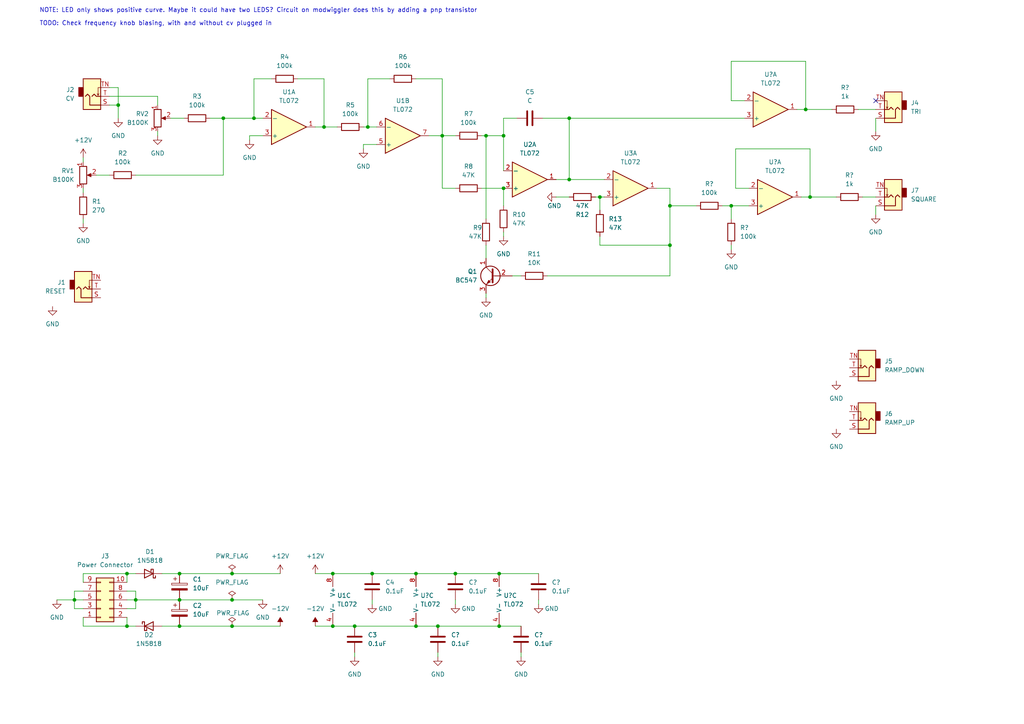
<source format=kicad_sch>
(kicad_sch (version 20211123) (generator eeschema)
  (paper "A4")
  (title_block (title "VC LFO") (rev "1") (company "Northridge Synth") (comment 1 "LFO based on Skull and Circuits LFO-1"))
  (lib_symbols
    (symbol "Amplifier_Operational:TL072" (pin_names (offset 0.127))
      (property "Reference" "U" (at 0 5.08 0))
      (property "Value" "TL072" (at 0 -5.08 0))
      (symbol "TL072_1_1"
        (polyline (pts (xy -5.08 5.08) (xy 5.08 0) (xy -5.08 -5.08) (xy -5.08 5.08)) (stroke (width 0.254)) (fill (type background)))
        (pin output line (at 7.62 0 180) (length 2.54) (name "~") (number "1"))
        (pin input line (at -7.62 -2.54 0) (length 2.54) (name "-") (number "2"))
        (pin input line (at -7.62 2.54 0) (length 2.54) (name "+") (number "3"))
      )
      (symbol "TL072_2_1"
        (polyline (pts (xy -5.08 5.08) (xy 5.08 0) (xy -5.08 -5.08) (xy -5.08 5.08)) (stroke (width 0.254)) (fill (type background)))
        (pin input line (at -7.62 2.54 0) (length 2.54) (name "+") (number "5"))
        (pin input line (at -7.62 -2.54 0) (length 2.54) (name "-") (number "6"))
        (pin output line (at 7.62 0 180) (length 2.54) (name "~") (number "7"))
      )
      (symbol "TL072_3_1"
        (pin power_in line (at -2.54 -7.62 90) (length 3.81) (name "V-") (number "4"))
        (pin power_in line (at -2.54 7.62 270) (length 3.81) (name "V+") (number "8"))
      )
    )
    (symbol "Connector:AudioJack2_SwitchT"
      (property "Reference" "J" (at 0 8.89 0))
      (property "Value" "AudioJack2_SwitchT" (at 0 6.35 0))
      (symbol "AudioJack2_SwitchT_0_1"
        (rectangle (start -2.54 0) (end -3.81 -2.54) (stroke (width 0.254)) (fill (type outline)))
        (polyline (pts (xy 1.778 -0.254) (xy 2.032 -0.762)))
        (polyline (pts (xy 0 0) (xy 0.635 -0.635) (xy 1.27 0) (xy 2.54 0)) (stroke (width 0.254)))
        (polyline (pts (xy 2.54 -2.54) (xy 1.778 -2.54) (xy 1.778 -0.254) (xy 1.524 -0.762)))
        (polyline (pts (xy 2.54 2.54) (xy -0.635 2.54) (xy -0.635 0) (xy -1.27 -0.635) (xy -1.905 0)) (stroke (width 0.254)))
        (rectangle (start 2.54 3.81) (end -2.54 -5.08) (stroke (width 0.254)) (fill (type background)))
      )
      (symbol "AudioJack2_SwitchT_1_1"
        (pin passive line (at 5.08 2.54 180) (length 2.54) (name "~") (number "S"))
        (pin passive line (at 5.08 0 180) (length 2.54) (name "~") (number "T"))
        (pin passive line (at 5.08 -2.54 180) (length 2.54) (name "~") (number "TN"))
      )
    )
    (symbol "Connector_Generic:Conn_02x05_Odd_Even" (pin_names (offset 1.016) hide)
      (property "Reference" "J" (at 1.27 7.62 0))
      (property "Value" "Conn_02x05_Odd_Even" (at 1.27 -7.62 0))
      (symbol "Conn_02x05_Odd_Even_1_1"
        (rectangle (start -1.27 -4.953) (end 0 -5.207) (stroke (width 0.1524)))
        (rectangle (start -1.27 -2.413) (end 0 -2.667) (stroke (width 0.1524)))
        (rectangle (start -1.27 0.127) (end 0 -0.127) (stroke (width 0.1524)))
        (rectangle (start -1.27 2.667) (end 0 2.413) (stroke (width 0.1524)))
        (rectangle (start -1.27 5.207) (end 0 4.953) (stroke (width 0.1524)))
        (rectangle (start -1.27 6.35) (end 3.81 -6.35) (stroke (width 0.254)) (fill (type background)))
        (rectangle (start 3.81 -4.953) (end 2.54 -5.207) (stroke (width 0.1524)))
        (rectangle (start 3.81 -2.413) (end 2.54 -2.667) (stroke (width 0.1524)))
        (rectangle (start 3.81 0.127) (end 2.54 -0.127) (stroke (width 0.1524)))
        (rectangle (start 3.81 2.667) (end 2.54 2.413) (stroke (width 0.1524)))
        (rectangle (start 3.81 5.207) (end 2.54 4.953) (stroke (width 0.1524)))
        (pin passive line (at -5.08 5.08 0) (length 3.81) (name "Pin_1") (number "1"))
        (pin passive line (at 7.62 -5.08 180) (length 3.81) (name "Pin_10") (number "10"))
        (pin passive line (at 7.62 5.08 180) (length 3.81) (name "Pin_2") (number "2"))
        (pin passive line (at -5.08 2.54 0) (length 3.81) (name "Pin_3") (number "3"))
        (pin passive line (at 7.62 2.54 180) (length 3.81) (name "Pin_4") (number "4"))
        (pin passive line (at -5.08 0 0) (length 3.81) (name "Pin_5") (number "5"))
        (pin passive line (at 7.62 0 180) (length 3.81) (name "Pin_6") (number "6"))
        (pin passive line (at -5.08 -2.54 0) (length 3.81) (name "Pin_7") (number "7"))
        (pin passive line (at 7.62 -2.54 180) (length 3.81) (name "Pin_8") (number "8"))
        (pin passive line (at -5.08 -5.08 0) (length 3.81) (name "Pin_9") (number "9"))
      )
    )
    (symbol "Device:C" (pin_numbers hide) (pin_names (offset 0.254))
      (property "Reference" "C" (at 0.635 2.54 0))
      (property "Value" "C" (at 0.635 -2.54 0))
      (symbol "C_0_1"
        (polyline (pts (xy -2.032 -0.762) (xy 2.032 -0.762)) (stroke (width 0.508)))
        (polyline (pts (xy -2.032 0.762) (xy 2.032 0.762)) (stroke (width 0.508)))
      )
      (symbol "C_1_1"
        (pin passive line (at 0 3.81 270) (length 2.794) (name "~") (number "1"))
        (pin passive line (at 0 -3.81 90) (length 2.794) (name "~") (number "2"))
      )
    )
    (symbol "Device:C_Polarized" (pin_numbers hide) (pin_names (offset 0.254))
      (property "Reference" "C" (at 0.635 2.54 0))
      (property "Value" "C_Polarized" (at 0.635 -2.54 0))
      (symbol "C_Polarized_0_1"
        (rectangle (start -2.286 0.508) (end 2.286 1.016))
        (polyline (pts (xy -1.778 2.286) (xy -0.762 2.286)))
        (polyline (pts (xy -1.27 2.794) (xy -1.27 1.778)))
        (rectangle (start 2.286 -0.508) (end -2.286 -1.016) (fill (type outline)))
      )
      (symbol "C_Polarized_1_1"
        (pin passive line (at 0 3.81 270) (length 2.794) (name "~") (number "1"))
        (pin passive line (at 0 -3.81 90) (length 2.794) (name "~") (number "2"))
      )
    )
    (symbol "Device:R" (pin_numbers hide) (pin_names (offset 0))
      (property "Reference" "R" (at 2.032 0 90))
      (property "Value" "R" (at 0 0 90))
      (symbol "R_0_1"
        (rectangle (start -1.016 -2.54) (end 1.016 2.54) (stroke (width 0.254)))
      )
      (symbol "R_1_1"
        (pin passive line (at 0 3.81 270) (length 1.27) (name "~") (number "1"))
        (pin passive line (at 0 -3.81 90) (length 1.27) (name "~") (number "2"))
      )
    )
    (symbol "Device:R_Potentiometer" (pin_names (offset 1.016) hide)
      (property "Reference" "RV" (at -4.445 0 90))
      (property "Value" "R_Potentiometer" (at -2.54 0 90))
      (symbol "R_Potentiometer_0_1"
        (polyline (pts (xy 2.54 0) (xy 1.524 0)))
        (polyline (pts (xy 1.143 0) (xy 2.286 0.508) (xy 2.286 -0.508) (xy 1.143 0)) (fill (type outline)))
        (rectangle (start 1.016 2.54) (end -1.016 -2.54) (stroke (width 0.254)))
      )
      (symbol "R_Potentiometer_1_1"
        (pin passive line (at 0 3.81 270) (length 1.27) (name "1") (number "1"))
        (pin passive line (at 3.81 0 180) (length 1.27) (name "2") (number "2"))
        (pin passive line (at 0 -3.81 90) (length 1.27) (name "3") (number "3"))
      )
    )
    (symbol "Diode:1N5818" (pin_numbers hide) (pin_names (offset 1.016) hide)
      (property "Reference" "D" (at 0 2.54 0))
      (property "Value" "1N5818" (at 0 -2.54 0))
      (symbol "1N5818_0_1"
        (polyline (pts (xy 1.27 0) (xy -1.27 0)))
        (polyline (pts (xy 1.27 1.27) (xy 1.27 -1.27) (xy -1.27 0) (xy 1.27 1.27)) (stroke (width 0.254)))
        (polyline (pts (xy -1.905 0.635) (xy -1.905 1.27) (xy -1.27 1.27) (xy -1.27 -1.27) (xy -0.635 -1.27) (xy -0.635 -0.635)) (stroke (width 0.254)))
      )
      (symbol "1N5818_1_1"
        (pin passive line (at -3.81 0 0) (length 2.54) (name "K") (number "1"))
        (pin passive line (at 3.81 0 180) (length 2.54) (name "A") (number "2"))
      )
    )
    (symbol "Transistor_BJT:BC547" (pin_names (offset 0) hide)
      (property "Reference" "Q" (at 5.08 1.905 0))
      (property "Value" "BC547" (at 5.08 0 0))
      (symbol "BC547_0_1"
        (polyline (pts (xy 0 0) (xy 0.635 0)))
        (polyline (pts (xy 0.635 0.635) (xy 2.54 2.54)))
        (polyline (pts (xy 0.635 -0.635) (xy 2.54 -2.54) (xy 2.54 -2.54)))
        (polyline (pts (xy 0.635 1.905) (xy 0.635 -1.905) (xy 0.635 -1.905)) (stroke (width 0.508)))
        (polyline (pts (xy 1.27 -1.778) (xy 1.778 -1.27) (xy 2.286 -2.286) (xy 1.27 -1.778) (xy 1.27 -1.778)) (fill (type outline)))
        (circle (center 1.27 0) (radius 2.8194) (stroke (width 0.254)))
      )
      (symbol "BC547_1_1"
        (pin passive line (at 2.54 5.08 270) (length 2.54) (name "C") (number "1"))
        (pin input line (at -5.08 0 0) (length 5.08) (name "B") (number "2"))
        (pin passive line (at 2.54 -5.08 90) (length 2.54) (name "E") (number "3"))
      )
    )
    (symbol "power:+12V" (power) (pin_names (offset 0))
      (property "Value" "+12V" (at 0 3.556 0))
      (symbol "+12V_0_1"
        (polyline (pts (xy -0.762 1.27) (xy 0 2.54)))
        (polyline (pts (xy 0 0) (xy 0 2.54)))
        (polyline (pts (xy 0 2.54) (xy 0.762 1.27)))
      )
      (symbol "+12V_1_1"
        (pin power_in line (at 0 0 90) (length 0) hide (name "+12V") (number "1"))
      )
    )
    (symbol "power:-12V" (power) (pin_names (offset 0))
      (property "Value" "-12V" (at 0 3.81 0))
      (symbol "-12V_0_0"
        (pin power_in line (at 0 0 90) (length 0) hide (name "-12V") (number "1"))
      )
      (symbol "-12V_0_1"
        (polyline (pts (xy 0 0) (xy 0 1.27) (xy 0.762 1.27) (xy 0 2.54) (xy -0.762 1.27) (xy 0 1.27)) (fill (type outline)))
      )
    )
    (symbol "power:GND" (power) (pin_names (offset 0))
      (property "Value" "GND" (at 0 -3.81 0))
      (symbol "GND_0_1"
        (polyline (pts (xy 0 0) (xy 0 -1.27) (xy 1.27 -1.27) (xy 0 -2.54) (xy -1.27 -1.27) (xy 0 -1.27)))
      )
      (symbol "GND_1_1"
        (pin power_in line (at 0 0 270) (length 0) hide (name "GND") (number "1"))
      )
    )
    (symbol "power:PWR_FLAG" (power) (pin_numbers hide) (pin_names (offset 0) hide)
      (property "Value" "PWR_FLAG" (at 0 3.81 0))
      (symbol "PWR_FLAG_0_0"
        (pin power_out line (at 0 0 90) (length 0) (name "pwr") (number "1"))
      )
      (symbol "PWR_FLAG_0_1"
        (polyline (pts (xy 0 0) (xy 0 1.27) (xy -1.016 1.905) (xy 0 2.54) (xy 1.016 1.905) (xy 0 1.27)))
      )
    )
  )
  (junction (at 194.31 59.69))
  (junction (at 132.08 166.37))
  (junction (at 67.31 173.99))
  (junction (at 21.59 173.99))
  (junction (at 107.95 166.37))
  (junction (at 144.78 181.61))
  (junction (at 96.52 166.37))
  (junction (at 67.31 181.61))
  (junction (at 165.1 52.07))
  (junction (at 120.65 166.37))
  (junction (at 52.07 166.37))
  (junction (at 39.37 173.99))
  (junction (at 212.09 59.69))
  (junction (at 52.07 173.99))
  (junction (at 140.97 39.37))
  (junction (at 127 181.61))
  (junction (at 36.83 181.61))
  (junction (at 144.78 166.37))
  (junction (at 233.68 31.75))
  (junction (at 173.99 57.15))
  (junction (at 96.52 181.61))
  (junction (at 73.66 34.29))
  (junction (at 64.77 34.29))
  (junction (at 234.95 57.15))
  (junction (at 36.83 166.37))
  (junction (at 93.98 36.83))
  (junction (at 34.29 30.48))
  (junction (at 52.07 181.61))
  (junction (at 146.05 54.61))
  (junction (at 120.65 181.61))
  (junction (at 67.31 166.37))
  (junction (at 165.1 34.29))
  (junction (at 106.68 36.83))
  (junction (at 146.05 39.37))
  (junction (at 194.31 71.12))
  (junction (at 102.87 181.61))
  (junction (at 128.27 39.37))
  (no_connect (at 254 29.21))
  (wire (pts (xy 165.1 52.07) (xy 161.29 52.07)))
  (wire (pts (xy 24.13 168.91) (xy 24.13 166.37)))
  (wire (pts (xy 194.31 59.69) (xy 194.31 71.12)))
  (wire (pts (xy 36.83 166.37) (xy 36.83 168.91)))
  (wire (pts (xy 173.99 57.15) (xy 175.26 57.15)))
  (wire (pts (xy 212.09 59.69) (xy 212.09 63.5)))
  (wire (pts (xy 64.77 50.8) (xy 64.77 34.29)))
  (wire (pts (xy 212.09 71.12) (xy 212.09 72.39)))
  (wire (pts (xy 140.97 39.37) (xy 140.97 63.5)))
  (wire (pts (xy 93.98 36.83) (xy 91.44 36.83)))
  (wire (pts (xy 93.98 22.86) (xy 93.98 36.83)))
  (wire (pts (xy 39.37 173.99) (xy 52.07 173.99)))
  (wire (pts (xy 105.41 36.83) (xy 106.68 36.83)))
  (wire (pts (xy 172.72 57.15) (xy 173.99 57.15)))
  (wire (pts (xy 120.65 166.37) (xy 132.08 166.37)))
  (wire (pts (xy 127 181.61) (xy 144.78 181.61)))
  (wire (pts (xy 24.13 63.5) (xy 24.13 64.77)))
  (wire (pts (xy 39.37 50.8) (xy 64.77 50.8)))
  (wire (pts (xy 165.1 52.07) (xy 175.26 52.07)))
  (wire (pts (xy 212.09 17.78) (xy 233.68 17.78)))
  (wire (pts (xy 96.52 166.37) (xy 107.95 166.37)))
  (wire (pts (xy 190.5 54.61) (xy 194.31 54.61)))
  (wire (pts (xy 39.37 171.45) (xy 36.83 171.45)))
  (wire (pts (xy 120.65 181.61) (xy 127 181.61)))
  (wire (pts (xy 127 190.5) (xy 127 189.23)))
  (wire (pts (xy 234.95 43.18) (xy 234.95 57.15)))
  (wire (pts (xy 36.83 176.53) (xy 39.37 176.53)))
  (wire (pts (xy 146.05 39.37) (xy 146.05 34.29)))
  (wire (pts (xy 194.31 54.61) (xy 194.31 59.69)))
  (wire (pts (xy 148.59 80.01) (xy 151.13 80.01)))
  (wire (pts (xy 144.78 181.61) (xy 151.13 181.61)))
  (wire (pts (xy 46.99 166.37) (xy 52.07 166.37)))
  (wire (pts (xy 67.31 181.61) (xy 81.28 181.61)))
  (wire (pts (xy 140.97 39.37) (xy 146.05 39.37)))
  (wire (pts (xy 233.68 17.78) (xy 233.68 31.75)))
  (wire (pts (xy 105.41 41.91) (xy 105.41 43.18)))
  (wire (pts (xy 102.87 181.61) (xy 120.65 181.61)))
  (wire (pts (xy 139.7 54.61) (xy 146.05 54.61)))
  (wire (pts (xy 215.9 29.21) (xy 212.09 29.21)))
  (wire (pts (xy 212.09 59.69) (xy 217.17 59.69)))
  (wire (pts (xy 165.1 34.29) (xy 165.1 52.07)))
  (wire (pts (xy 31.75 25.4) (xy 34.29 25.4)))
  (wire (pts (xy 73.66 34.29) (xy 76.2 34.29)))
  (wire (pts (xy 21.59 173.99) (xy 21.59 176.53)))
  (wire (pts (xy 52.07 166.37) (xy 67.31 166.37)))
  (wire (pts (xy 157.48 34.29) (xy 165.1 34.29)))
  (wire (pts (xy 27.94 50.8) (xy 31.75 50.8)))
  (wire (pts (xy 194.31 71.12) (xy 173.99 71.12)))
  (wire (pts (xy 36.83 181.61) (xy 39.37 181.61)))
  (wire (pts (xy 21.59 176.53) (xy 24.13 176.53)))
  (wire (pts (xy 36.83 166.37) (xy 39.37 166.37)))
  (wire (pts (xy 248.92 31.75) (xy 254 31.75)))
  (wire (pts (xy 213.36 54.61) (xy 213.36 43.18)))
  (wire (pts (xy 158.75 80.01) (xy 194.31 80.01)))
  (wire (pts (xy 52.07 181.61) (xy 67.31 181.61)))
  (wire (pts (xy 52.07 173.99) (xy 67.31 173.99)))
  (wire (pts (xy 213.36 43.18) (xy 234.95 43.18)))
  (wire (pts (xy 64.77 34.29) (xy 73.66 34.29)))
  (wire (pts (xy 34.29 25.4) (xy 34.29 30.48)))
  (wire (pts (xy 139.7 39.37) (xy 140.97 39.37)))
  (wire (pts (xy 254 34.29) (xy 254 38.1)))
  (wire (pts (xy 24.13 55.88) (xy 24.13 54.61)))
  (wire (pts (xy 106.68 22.86) (xy 113.03 22.86)))
  (wire (pts (xy 21.59 173.99) (xy 24.13 173.99)))
  (wire (pts (xy 24.13 181.61) (xy 36.83 181.61)))
  (wire (pts (xy 45.72 27.94) (xy 45.72 30.48)))
  (wire (pts (xy 31.75 30.48) (xy 34.29 30.48)))
  (wire (pts (xy 39.37 173.99) (xy 36.83 173.99)))
  (wire (pts (xy 232.41 57.15) (xy 234.95 57.15)))
  (wire (pts (xy 106.68 36.83) (xy 109.22 36.83)))
  (wire (pts (xy 209.55 59.69) (xy 212.09 59.69)))
  (wire (pts (xy 146.05 54.61) (xy 146.05 59.69)))
  (wire (pts (xy 102.87 190.5) (xy 102.87 189.23)))
  (wire (pts (xy 73.66 22.86) (xy 78.74 22.86)))
  (wire (pts (xy 49.53 34.29) (xy 53.34 34.29)))
  (wire (pts (xy 34.29 30.48) (xy 34.29 34.29)))
  (wire (pts (xy 234.95 57.15) (xy 242.57 57.15)))
  (wire (pts (xy 173.99 71.12) (xy 173.99 68.58)))
  (wire (pts (xy 36.83 181.61) (xy 36.83 179.07)))
  (wire (pts (xy 67.31 166.37) (xy 81.28 166.37)))
  (wire (pts (xy 140.97 71.12) (xy 140.97 74.93)))
  (wire (pts (xy 24.13 179.07) (xy 24.13 181.61)))
  (wire (pts (xy 96.52 181.61) (xy 102.87 181.61)))
  (wire (pts (xy 91.44 166.37) (xy 96.52 166.37)))
  (wire (pts (xy 106.68 36.83) (xy 106.68 22.86)))
  (wire (pts (xy 146.05 39.37) (xy 146.05 49.53)))
  (wire (pts (xy 46.99 181.61) (xy 52.07 181.61)))
  (wire (pts (xy 105.41 41.91) (xy 109.22 41.91)))
  (wire (pts (xy 128.27 39.37) (xy 132.08 39.37)))
  (wire (pts (xy 72.39 39.37) (xy 76.2 39.37)))
  (wire (pts (xy 120.65 22.86) (xy 128.27 22.86)))
  (wire (pts (xy 107.95 175.26) (xy 107.95 173.99)))
  (wire (pts (xy 16.51 173.99) (xy 21.59 173.99)))
  (wire (pts (xy 73.66 34.29) (xy 73.66 22.86)))
  (wire (pts (xy 146.05 67.31) (xy 146.05 68.58)))
  (wire (pts (xy 132.08 166.37) (xy 144.78 166.37)))
  (wire (pts (xy 24.13 45.72) (xy 24.13 46.99)))
  (wire (pts (xy 24.13 166.37) (xy 36.83 166.37)))
  (wire (pts (xy 173.99 57.15) (xy 173.99 60.96)))
  (wire (pts (xy 67.31 173.99) (xy 76.2 173.99)))
  (wire (pts (xy 151.13 190.5) (xy 151.13 189.23)))
  (wire (pts (xy 212.09 29.21) (xy 212.09 17.78)))
  (wire (pts (xy 91.44 181.61) (xy 96.52 181.61)))
  (wire (pts (xy 86.36 22.86) (xy 93.98 22.86)))
  (wire (pts (xy 156.21 175.26) (xy 156.21 173.99)))
  (wire (pts (xy 146.05 34.29) (xy 149.86 34.29)))
  (wire (pts (xy 140.97 85.09) (xy 140.97 86.36)))
  (wire (pts (xy 21.59 171.45) (xy 21.59 173.99)))
  (wire (pts (xy 128.27 39.37) (xy 128.27 54.61)))
  (wire (pts (xy 165.1 34.29) (xy 215.9 34.29)))
  (wire (pts (xy 217.17 54.61) (xy 213.36 54.61)))
  (wire (pts (xy 132.08 175.26) (xy 132.08 173.99)))
  (wire (pts (xy 128.27 54.61) (xy 132.08 54.61)))
  (wire (pts (xy 194.31 59.69) (xy 201.93 59.69)))
  (wire (pts (xy 45.72 38.1) (xy 45.72 39.37)))
  (wire (pts (xy 144.78 166.37) (xy 156.21 166.37)))
  (wire (pts (xy 250.19 57.15) (xy 254 57.15)))
  (wire (pts (xy 60.96 34.29) (xy 64.77 34.29)))
  (wire (pts (xy 128.27 39.37) (xy 124.46 39.37)))
  (wire (pts (xy 233.68 31.75) (xy 241.3 31.75)))
  (wire (pts (xy 93.98 36.83) (xy 97.79 36.83)))
  (wire (pts (xy 24.13 171.45) (xy 21.59 171.45)))
  (wire (pts (xy 107.95 166.37) (xy 120.65 166.37)))
  (wire (pts (xy 31.75 27.94) (xy 45.72 27.94)))
  (wire (pts (xy 161.29 57.15) (xy 165.1 57.15)))
  (wire (pts (xy 231.14 31.75) (xy 233.68 31.75)))
  (wire (pts (xy 128.27 22.86) (xy 128.27 39.37)))
  (wire (pts (xy 194.31 80.01) (xy 194.31 71.12)))
  (wire (pts (xy 39.37 173.99) (xy 39.37 171.45)))
  (wire (pts (xy 254 59.69) (xy 254 62.23)))
  (wire (pts (xy 72.39 39.37) (xy 72.39 40.64)))
  (wire (pts (xy 39.37 176.53) (xy 39.37 173.99)))
  (text "TODO: Probably want a stability cap on the ramp op amp" (at 11.43 -3.81 0) (effects (font (size 1.27 1.27)) (justify left bottom)))
  (text "NOTE: LED only shows positive curve. Maybe it could have two LEDS? Circuit on modwiggler does this by adding a pnp transistor" (at 11.43 3.81 0) (effects (font (size 1.27 1.27)) (justify left bottom)))
  (text "TODO: Check frequency knob biasing, with and without cv plugged in" (at 11.43 7.62 0) (effects (font (size 1.27 1.27)) (justify left bottom)))
  (symbol (lib_id "power:GND") (at 161.29 57.15 270) (unit 1)
    (property "Reference" "#PWR018" (effects hide))
    (property "Value" "GND" (at 158.75 59.69 90) (effects (justify left)))
  )
  (symbol (lib_id "Device:R") (at 35.56 50.8 90) (unit 1)
    (property "Reference" "R2" (at 35.56 44.45 90))
    (property "Value" "100k" (at 35.56 46.99 90))
    (property "Footprint" "Resistor_THT:R_Axial_DIN0207_L6.3mm_D2.5mm_P10.16mm_Horizontal" (effects hide))
    (property "Manufacturer" "Royal Ohm" (effects hide))
    (property "Manufacturer Part No." "MF0W4FF1003A50" (effects hide))
    (property "Supplier" "Tayda" (effects hide))
    (property "Supplier Part No." "A-2248" (effects hide))
  )
  (symbol (lib_id "Amplifier_Operational:TL072") (at 147.32 173.99 0) (unit 3)
    (property "Reference" "U?" (at 146.05 172.7199 0) (effects (justify left)))
    (property "Value" "TL072" (at 146.05 175.2599 0) (effects (justify left)))
    (property "Footprint" "Package_DIP:DIP-8_W7.62mm_Socket" (effects hide))
    (property "Datasheet" "http://www.ti.com/lit/ds/symlink/tl071.pdf" (effects hide))
    (property "Manufacturer" "VARIOUS" (effects hide))
    (property "Manufacturer Part No." "TL072CP" (effects hide))
    (property "Supplier" "Tayda" (effects hide))
    (property "Supplier Part No." "A-037" (effects hide))
  )
  (symbol (lib_id "Amplifier_Operational:TL072") (at 223.52 31.75 0) (mirror x) (unit 1)
    (property "Reference" "U?" (at 223.52 21.59 0))
    (property "Value" "TL072" (at 223.52 24.13 0))
    (property "Footprint" "Package_DIP:DIP-8_W7.62mm_Socket" (effects hide))
    (property "Datasheet" "http://www.ti.com/lit/ds/symlink/tl071.pdf" (effects hide))
    (property "Manufacturer" "VARIOUS" (effects hide))
    (property "Manufacturer Part No." "TL072CP" (effects hide))
    (property "Supplier" "Tayda" (effects hide))
    (property "Supplier Part No." "A-037" (effects hide))
  )
  (symbol (lib_id "power:-12V") (at 91.44 181.61 0) (unit 1)
    (property "Reference" "#PWR013" (effects hide))
    (property "Value" "-12V" (at 91.44 176.53 0))
  )
  (symbol (lib_id "Amplifier_Operational:TL072") (at 224.79 57.15 0) (mirror x) (unit 1)
    (property "Reference" "U?" (at 224.79 46.99 0))
    (property "Value" "TL072" (at 224.79 49.53 0))
    (property "Footprint" "Package_DIP:DIP-8_W7.62mm_Socket" (effects hide))
    (property "Datasheet" "http://www.ti.com/lit/ds/symlink/tl071.pdf" (effects hide))
    (property "Manufacturer" "VARIOUS" (effects hide))
    (property "Manufacturer Part No." "TL072CP" (effects hide))
    (property "Supplier" "Tayda" (effects hide))
    (property "Supplier Part No." "A-037" (effects hide))
  )
  (symbol (lib_id "power:GND") (at 76.2 173.99 0) (unit 1)
    (property "Reference" "#PWR08" (effects hide))
    (property "Value" "GND" (at 76.2 179.07 0))
  )
  (symbol (lib_id "power:GND") (at 212.09 72.39 0) (unit 1)
    (property "Reference" "#PWR?" (effects hide))
    (property "Value" "GND" (at 212.09 77.47 0))
  )
  (symbol (lib_id "power:GND") (at 102.87 190.5 0) (unit 1)
    (property "Reference" "#PWR014" (effects hide))
    (property "Value" "GND" (at 102.87 195.58 0))
  )
  (symbol (lib_id "Device:R") (at 101.6 36.83 90) (unit 1)
    (property "Reference" "R5" (at 101.6 30.48 90))
    (property "Value" "100k" (at 101.6 33.02 90))
    (property "Footprint" "Resistor_THT:R_Axial_DIN0207_L6.3mm_D2.5mm_P10.16mm_Horizontal" (effects hide))
    (property "Manufacturer" "Royal Ohm" (effects hide))
    (property "Manufacturer Part No." "MF0W4FF1003A50" (effects hide))
    (property "Supplier" "Tayda" (effects hide))
    (property "Supplier Part No." "A-2248" (effects hide))
  )
  (symbol (lib_id "power:PWR_FLAG") (at 67.31 181.61 0) (unit 1)
    (property "Reference" "#FLG03" (effects hide))
    (property "Value" "PWR_FLAG" (at 72.39 177.8 0) (effects (justify right)))
  )
  (symbol (lib_id "Device:R") (at 154.94 80.01 270) (unit 1)
    (property "Reference" "R11" (at 154.94 73.66 90))
    (property "Value" "10K" (at 154.94 76.2 90))
    (property "Footprint" "Resistor_THT:R_Axial_DIN0207_L6.3mm_D2.5mm_P10.16mm_Horizontal" (effects hide))
    (property "Manufacturer" "Royal Ohm" (effects hide))
    (property "Manufacturer Part No." "MF0W4FF1002A50" (effects hide))
    (property "Supplier" "Tayda" (effects hide))
    (property "Supplier Part No." "A-2203" (effects hide))
  )
  (symbol (lib_id "power:+12V") (at 24.13 45.72 0) (unit 1)
    (property "Reference" "#PWR02" (effects hide))
    (property "Value" "+12V" (at 24.13 40.64 0))
  )
  (symbol (lib_id "Device:R") (at 140.97 67.31 0) (unit 1)
    (property "Reference" "R9" (at 137.16 66.04 0) (effects (justify left)))
    (property "Value" "47K" (at 135.89 68.58 0) (effects (justify left)))
    (property "Footprint" "Resistor_THT:R_Axial_DIN0207_L6.3mm_D2.5mm_P10.16mm_Horizontal" (effects hide))
    (property "Manufacturer" "Royal Ohm" (effects hide))
    (property "Manufacturer Part No." "MF0W4FF4702A50" (effects hide))
    (property "Supplier" "Tayda" (effects hide))
    (property "Supplier Part No." "A-2279" (effects hide))
  )
  (symbol (lib_id "Device:R") (at 205.74 59.69 90) (unit 1)
    (property "Reference" "R?" (at 205.74 53.34 90))
    (property "Value" "100k" (at 205.74 55.88 90))
    (property "Footprint" "Resistor_THT:R_Axial_DIN0207_L6.3mm_D2.5mm_P10.16mm_Horizontal" (effects hide))
    (property "Manufacturer" "Royal Ohm" (effects hide))
    (property "Manufacturer Part No." "MF0W4FF1003A50" (effects hide))
    (property "Supplier" "Tayda" (effects hide))
    (property "Supplier Part No." "A-2248" (effects hide))
  )
  (symbol (lib_id "Device:R") (at 246.38 57.15 90) (unit 1)
    (property "Reference" "R?" (at 246.38 50.8 90))
    (property "Value" "1k" (at 246.38 53.34 90))
    (property "Footprint" "Resistor_THT:R_Axial_DIN0207_L6.3mm_D2.5mm_P10.16mm_Horizontal" (effects hide))
    (property "Manufacturer" "Royal Ohm" (effects hide))
    (property "Manufacturer Part No." "MF0W4FF1001A50" (effects hide))
    (property "Supplier" "Tayda" (effects hide))
    (property "Supplier Part No." "A-2200" (effects hide))
  )
  (symbol (lib_id "Device:R") (at 146.05 63.5 0) (unit 1)
    (property "Reference" "R10" (at 148.59 62.2299 0) (effects (justify left)))
    (property "Value" "47K" (at 148.59 64.7699 0) (effects (justify left)))
    (property "Footprint" "Resistor_THT:R_Axial_DIN0207_L6.3mm_D2.5mm_P10.16mm_Horizontal" (effects hide))
    (property "Manufacturer" "Royal Ohm" (effects hide))
    (property "Manufacturer Part No." "MF0W4FF4702A50" (effects hide))
    (property "Supplier" "Tayda" (effects hide))
    (property "Supplier Part No." "A-2279" (effects hide))
  )
  (symbol (lib_id "power:GND") (at 15.24 88.9 0) (mirror y) (unit 1)
    (property "Reference" "#PWR01" (effects hide))
    (property "Value" "GND" (at 15.24 93.98 0))
  )
  (symbol (lib_id "Device:R") (at 173.99 64.77 180) (unit 1)
    (property "Reference" "R13" (at 176.53 63.4999 0) (effects (justify right)))
    (property "Value" "47K" (at 176.53 66.0399 0) (effects (justify right)))
    (property "Footprint" "Resistor_THT:R_Axial_DIN0207_L6.3mm_D2.5mm_P10.16mm_Horizontal" (effects hide))
    (property "Manufacturer" "Royal Ohm" (effects hide))
    (property "Manufacturer Part No." "MF0W4FF4702A50" (effects hide))
    (property "Supplier" "Tayda" (effects hide))
    (property "Supplier Part No." "A-2279" (effects hide))
  )
  (symbol (lib_id "power:GND") (at 34.29 34.29 0) (unit 1)
    (property "Reference" "#PWR05" (effects hide))
    (property "Value" "GND" (at 34.29 39.37 0))
  )
  (symbol (lib_id "Device:C") (at 156.21 170.18 0) (unit 1)
    (property "Reference" "C?" (at 160.02 168.9099 0) (effects (justify left)))
    (property "Value" "0.1uF" (at 160.02 171.4499 0) (effects (justify left)))
    (property "Footprint" "Capacitor_THT:C_Disc_D5.0mm_W2.5mm_P2.50mm" (effects hide))
    (property "Supplier" "Tayda" (effects hide))
    (property "Manufacturer" "AEC" (effects hide))
    (property "Manufacturer Part No." "0.1uF 50V Ceramic Disc Capacitor" (effects hide))
    (property "Supplier Part No." "A-4008" (effects hide))
  )
  (symbol (lib_id "power:GND") (at 156.21 175.26 0) (unit 1)
    (property "Reference" "#PWR?" (effects hide))
    (property "Value" "GND" (at 160.02 176.53 0))
  )
  (symbol (lib_id "power:GND") (at 146.05 68.58 0) (unit 1)
    (property "Reference" "#PWR017" (effects hide))
    (property "Value" "GND" (at 146.05 73.66 0))
  )
  (symbol (lib_id "Device:R_Potentiometer") (at 24.13 50.8 0) (unit 1)
    (property "Reference" "RV1" (at 21.59 49.5299 0) (effects (justify right)))
    (property "Value" "B100K" (at 21.59 52.0699 0) (effects (justify right)))
    (property "Manufacturer" "Tayda" (effects hide))
    (property "Manufacturer Part No." "RV9312NO-OS15A00-B100K-060" (effects hide))
    (property "Supplier" "Tayda" (effects hide))
    (property "Supplier Part No." "A-5513" (effects hide))
  )
  (symbol (lib_id "Device:C") (at 132.08 170.18 0) (unit 1)
    (property "Reference" "C?" (at 135.89 168.9099 0) (effects (justify left)))
    (property "Value" "0.1uF" (at 135.89 171.4499 0) (effects (justify left)))
    (property "Footprint" "Capacitor_THT:C_Disc_D5.0mm_W2.5mm_P2.50mm" (effects hide))
    (property "Supplier" "Tayda" (effects hide))
    (property "Manufacturer" "AEC" (effects hide))
    (property "Manufacturer Part No." "0.1uF 50V Ceramic Disc Capacitor" (effects hide))
    (property "Supplier Part No." "A-4008" (effects hide))
  )
  (symbol (lib_id "Device:C") (at 127 185.42 0) (unit 1)
    (property "Reference" "C?" (at 130.81 184.1499 0) (effects (justify left)))
    (property "Value" "0.1uF" (at 130.81 186.6899 0) (effects (justify left)))
    (property "Footprint" "Capacitor_THT:C_Disc_D5.0mm_W2.5mm_P2.50mm" (effects hide))
    (property "Supplier" "Tayda" (effects hide))
    (property "Manufacturer" "AEC" (effects hide))
    (property "Manufacturer Part No." "0.1uF 50V Ceramic Disc Capacitor" (effects hide))
    (property "Supplier Part No." "A-4008" (effects hide))
  )
  (symbol (lib_id "power:GND") (at 127 190.5 0) (unit 1)
    (property "Reference" "#PWR?" (effects hide))
    (property "Value" "GND" (at 127 195.58 0))
  )
  (symbol (lib_id "Device:R") (at 135.89 54.61 270) (unit 1)
    (property "Reference" "R8" (at 135.89 48.26 90))
    (property "Value" "47K" (at 135.89 50.8 90))
    (property "Footprint" "Resistor_THT:R_Axial_DIN0207_L6.3mm_D2.5mm_P10.16mm_Horizontal" (effects hide))
    (property "Manufacturer" "Royal Ohm" (effects hide))
    (property "Manufacturer Part No." "MF0W4FF4702A50" (effects hide))
    (property "Supplier" "Tayda" (effects hide))
    (property "Supplier Part No." "A-2279" (effects hide))
  )
  (symbol (lib_id "Amplifier_Operational:TL072") (at 182.88 54.61 0) (mirror x) (unit 1)
    (property "Reference" "U3" (at 182.88 44.45 0))
    (property "Value" "TL072" (at 182.88 46.99 0))
    (property "Footprint" "Package_DIP:DIP-8_W7.62mm_Socket" (effects hide))
    (property "Datasheet" "http://www.ti.com/lit/ds/symlink/tl071.pdf" (effects hide))
    (property "Manufacturer" "VARIOUS" (effects hide))
    (property "Manufacturer Part No." "TL072CP" (effects hide))
    (property "Supplier" "Tayda" (effects hide))
    (property "Supplier Part No." "A-037" (effects hide))
  )
  (symbol (lib_id "Device:C_Polarized") (at 52.07 170.18 0) (unit 1)
    (property "Reference" "C1" (at 55.88 168.0209 0) (effects (justify left)))
    (property "Value" "10uF" (at 55.88 170.5609 0) (effects (justify left)))
    (property "Footprint" "Capacitor_THT:CP_Radial_D5.0mm_P2.00mm" (effects hide))
    (property "Supplier" "Tayda" (effects hide))
    (property "Manufacturer" "AISHI" (effects hide))
    (property "Manufacturer Part No." "WK1CM100D11OT" (effects hide))
    (property "Supplier Part No." "A-3931" (effects hide))
  )
  (symbol (lib_id "power:GND") (at 72.39 40.64 0) (unit 1)
    (property "Reference" "#PWR07" (effects hide))
    (property "Value" "GND" (at 72.39 45.72 0))
  )
  (symbol (lib_id "Device:R_Potentiometer") (at 45.72 34.29 0) (unit 1)
    (property "Reference" "RV2" (at 43.18 33.0199 0) (effects (justify right)))
    (property "Value" "B100K" (at 43.18 35.5599 0) (effects (justify right)))
    (property "Manufacturer" "Tayda" (effects hide))
    (property "Manufacturer Part No." "RV9312NO-OS15A00-B100K-060" (effects hide))
    (property "Supplier" "Tayda" (effects hide))
    (property "Supplier Part No." "A-5513" (effects hide))
  )
  (symbol (lib_id "power:GND") (at 140.97 86.36 0) (unit 1)
    (property "Reference" "#PWR016" (effects hide))
    (property "Value" "GND" (at 140.97 91.44 0))
  )
  (symbol (lib_id "power:GND") (at 105.41 43.18 0) (unit 1)
    (property "Reference" "#PWR011" (effects hide))
    (property "Value" "GND" (at 105.41 48.26 0))
  )
  (symbol (lib_id "Device:R") (at 245.11 31.75 90) (unit 1)
    (property "Reference" "R?" (at 245.11 25.4 90))
    (property "Value" "1k" (at 245.11 27.94 90))
    (property "Footprint" "Resistor_THT:R_Axial_DIN0207_L6.3mm_D2.5mm_P10.16mm_Horizontal" (effects hide))
    (property "Manufacturer" "Royal Ohm" (effects hide))
    (property "Manufacturer Part No." "MF0W4FF1001A50" (effects hide))
    (property "Supplier" "Tayda" (effects hide))
    (property "Supplier Part No." "A-2200" (effects hide))
  )
  (symbol (lib_id "power:-12V") (at 81.28 181.61 0) (unit 1)
    (property "Reference" "#PWR010" (effects hide))
    (property "Value" "-12V" (at 81.28 176.53 0))
  )
  (symbol (lib_id "Connector:AudioJack2_SwitchT") (at 251.46 121.92 180) (unit 1)
    (property "Reference" "J6" (at 256.54 120.0149 0) (effects (justify right)))
    (property "Value" "RAMP_UP" (at 256.54 122.5549 0) (effects (justify right)))
    (property "Footprint" "AudioJacks:Jack_3.5mm_QingPu_WQP-PJ398SM_Vertical" (effects hide))
    (property "Supplier" "Tayda" (effects hide))
    (property "Supplier Part No." "A-2563" (effects hide))
    (property "Manufacturer" "Tayda" (effects hide))
    (property "Manufacturer Part No." "PJ-3001F" (effects hide))
  )
  (symbol (lib_id "Device:R") (at 168.91 57.15 90) (unit 1)
    (property "Reference" "R12" (at 168.91 62.23 90))
    (property "Value" "47K" (at 168.91 59.69 90))
    (property "Footprint" "Resistor_THT:R_Axial_DIN0207_L6.3mm_D2.5mm_P10.16mm_Horizontal" (effects hide))
    (property "Manufacturer" "Royal Ohm" (effects hide))
    (property "Manufacturer Part No." "MF0W4FF4702A50" (effects hide))
    (property "Supplier" "Tayda" (effects hide))
    (property "Supplier Part No." "A-2279" (effects hide))
  )
  (symbol (lib_id "Connector:AudioJack2_SwitchT") (at 26.67 27.94 0) (mirror x) (unit 1)
    (property "Reference" "J2" (at 21.59 26.0349 0) (effects (justify right)))
    (property "Value" "CV" (at 21.59 28.5749 0) (effects (justify right)))
    (property "Footprint" "AudioJacks:Jack_3.5mm_QingPu_WQP-PJ398SM_Vertical" (effects hide))
    (property "Supplier" "Tayda" (effects hide))
    (property "Supplier Part No." "A-2563" (effects hide))
    (property "Manufacturer" "Tayda" (effects hide))
    (property "Manufacturer Part No." "PJ-3001F" (effects hide))
  )
  (symbol (lib_id "power:GND") (at 16.51 173.99 0) (unit 1)
    (property "Reference" "#PWR04" (effects hide))
    (property "Value" "GND" (at 16.51 179.07 0))
  )
  (symbol (lib_id "Transistor_BJT:BC547") (at 143.51 80.01 0) (mirror y) (unit 1)
    (property "Reference" "Q1" (at 138.43 78.7399 0) (effects (justify left)))
    (property "Value" "BC547" (at 138.43 81.2799 0) (effects (justify left)))
    (property "Footprint" "Package_TO_SOT_THT:TO-92_Inline" (effects hide))
    (property "Datasheet" "https://www.onsemi.com/pub/Collateral/BC550-D.pdf" (effects hide))
    (property "Manufacturer" "KEC/FAIRCHILD" (effects hide))
    (property "Manufacturer Part No." "BC547B" (effects hide))
    (property "Supplier" "Tayda" (effects hide))
    (property "Supplier Part No." "A-137" (effects hide))
  )
  (symbol (lib_id "Device:R") (at 212.09 67.31 180) (unit 1)
    (property "Reference" "R?" (at 214.63 66.0399 0) (effects (justify right)))
    (property "Value" "100k" (at 214.63 68.5799 0) (effects (justify right)))
    (property "Footprint" "Resistor_THT:R_Axial_DIN0207_L6.3mm_D2.5mm_P10.16mm_Horizontal" (effects hide))
    (property "Manufacturer" "Royal Ohm" (effects hide))
    (property "Manufacturer Part No." "MF0W4FF1003A50" (effects hide))
    (property "Supplier" "Tayda" (effects hide))
    (property "Supplier Part No." "A-2248" (effects hide))
  )
  (symbol (lib_id "power:PWR_FLAG") (at 67.31 166.37 0) (unit 1)
    (property "Reference" "#FLG01" (effects hide))
    (property "Value" "PWR_FLAG" (at 67.31 161.29 0))
  )
  (symbol (lib_id "power:GND") (at 45.72 39.37 0) (unit 1)
    (property "Reference" "#PWR06" (effects hide))
    (property "Value" "GND" (at 45.72 44.45 0))
  )
  (symbol (lib_id "Connector:AudioJack2_SwitchT") (at 251.46 106.68 180) (unit 1)
    (property "Reference" "J5" (at 256.54 104.7749 0) (effects (justify right)))
    (property "Value" "RAMP_DOWN" (at 256.54 107.3149 0) (effects (justify right)))
    (property "Footprint" "AudioJacks:Jack_3.5mm_QingPu_WQP-PJ398SM_Vertical" (effects hide))
    (property "Supplier" "Tayda" (effects hide))
    (property "Supplier Part No." "A-2563" (effects hide))
    (property "Manufacturer" "Tayda" (effects hide))
    (property "Manufacturer Part No." "PJ-3001F" (effects hide))
  )
  (symbol (lib_id "Connector:AudioJack2_SwitchT") (at 259.08 31.75 180) (unit 1)
    (property "Reference" "J4" (at 264.16 29.8449 0) (effects (justify right)))
    (property "Value" "TRI" (at 264.16 32.3849 0) (effects (justify right)))
    (property "Footprint" "AudioJacks:Jack_3.5mm_QingPu_WQP-PJ398SM_Vertical" (effects hide))
    (property "Supplier" "Tayda" (effects hide))
    (property "Supplier Part No." "A-2563" (effects hide))
    (property "Manufacturer" "Tayda" (effects hide))
    (property "Manufacturer Part No." "PJ-3001F" (effects hide))
  )
  (symbol (lib_id "power:GND") (at 24.13 64.77 0) (unit 1)
    (property "Reference" "#PWR03" (effects hide))
    (property "Value" "GND" (at 24.13 69.85 0))
  )
  (symbol (lib_id "power:GND") (at 107.95 175.26 0) (unit 1)
    (property "Reference" "#PWR015" (effects hide))
    (property "Value" "GND" (at 111.76 176.53 0))
  )
  (symbol (lib_id "Diode:1N5818") (at 43.18 166.37 180) (unit 1)
    (property "Reference" "D1" (at 43.4975 160.02 0))
    (property "Value" "1N5818" (at 43.4975 162.56 0))
    (property "Footprint" "Diode_THT:D_DO-41_SOD81_P10.16mm_Horizontal" (effects hide))
    (property "Datasheet" "http://www.vishay.com/docs/88525/1n5817.pdf" (effects hide))
    (property "Supplier" "Tayda" (effects hide))
    (property "Manufacturer" "TEC" (effects hide))
    (property "Manufacturer Part No." "1N5817" (effects hide))
    (property "Supplier Part No." "A-252" (effects hide))
  )
  (symbol (lib_id "Device:R") (at 24.13 59.69 0) (unit 1)
    (property "Reference" "R1" (at 26.67 58.4199 0) (effects (justify left)))
    (property "Value" "270" (at 26.67 60.9599 0) (effects (justify left)))
    (property "Footprint" "Resistor_THT:R_Axial_DIN0207_L6.3mm_D2.5mm_P10.16mm_Horizontal" (effects hide))
    (property "Manufacturer" "Royal Ohm" (effects hide))
    (property "Manufacturer Part No." "MF0W4FF2700A50" (effects hide))
    (property "Supplier" "Tayda" (effects hide))
    (property "Supplier Part No." "A-2283" (effects hide))
  )
  (symbol (lib_id "power:GND") (at 254 62.23 0) (unit 1)
    (property "Reference" "#PWR022" (effects hide))
    (property "Value" "GND" (at 254 67.31 0))
  )
  (symbol (lib_id "Device:C") (at 151.13 185.42 0) (unit 1)
    (property "Reference" "C?" (at 154.94 184.1499 0) (effects (justify left)))
    (property "Value" "0.1uF" (at 154.94 186.6899 0) (effects (justify left)))
    (property "Footprint" "Capacitor_THT:C_Disc_D5.0mm_W2.5mm_P2.50mm" (effects hide))
    (property "Supplier" "Tayda" (effects hide))
    (property "Manufacturer" "AEC" (effects hide))
    (property "Manufacturer Part No." "0.1uF 50V Ceramic Disc Capacitor" (effects hide))
    (property "Supplier Part No." "A-4008" (effects hide))
  )
  (symbol (lib_id "power:GND") (at 151.13 190.5 0) (unit 1)
    (property "Reference" "#PWR?" (effects hide))
    (property "Value" "GND" (at 151.13 195.58 0))
  )
  (symbol (lib_id "power:GND") (at 132.08 175.26 0) (unit 1)
    (property "Reference" "#PWR?" (effects hide))
    (property "Value" "GND" (at 135.89 176.53 0))
  )
  (symbol (lib_id "power:GND") (at 242.57 124.46 0) (unit 1)
    (property "Reference" "#PWR021" (effects hide))
    (property "Value" "GND" (at 242.57 129.54 0))
  )
  (symbol (lib_id "Device:R") (at 57.15 34.29 90) (unit 1)
    (property "Reference" "R3" (at 57.15 27.94 90))
    (property "Value" "100k" (at 57.15 30.48 90))
    (property "Footprint" "Resistor_THT:R_Axial_DIN0207_L6.3mm_D2.5mm_P10.16mm_Horizontal" (effects hide))
    (property "Manufacturer" "Royal Ohm" (effects hide))
    (property "Manufacturer Part No." "MF0W4FF1003A50" (effects hide))
    (property "Supplier" "Tayda" (effects hide))
    (property "Supplier Part No." "A-2248" (effects hide))
  )
  (symbol (lib_id "Device:R") (at 135.89 39.37 90) (unit 1)
    (property "Reference" "R7" (at 135.89 33.02 90))
    (property "Value" "100k" (at 135.89 35.56 90))
    (property "Footprint" "Resistor_THT:R_Axial_DIN0207_L6.3mm_D2.5mm_P10.16mm_Horizontal" (effects hide))
    (property "Manufacturer" "Royal Ohm" (effects hide))
    (property "Manufacturer Part No." "MF0W4FF1003A50" (effects hide))
    (property "Supplier" "Tayda" (effects hide))
    (property "Supplier Part No." "A-2248" (effects hide))
  )
  (symbol (lib_id "Device:C") (at 107.95 170.18 0) (unit 1)
    (property "Reference" "C4" (at 111.76 168.9099 0) (effects (justify left)))
    (property "Value" "0.1uF" (at 111.76 171.4499 0) (effects (justify left)))
    (property "Footprint" "Capacitor_THT:C_Disc_D5.0mm_W2.5mm_P2.50mm" (effects hide))
    (property "Supplier" "Tayda" (effects hide))
    (property "Manufacturer" "AEC" (effects hide))
    (property "Manufacturer Part No." "0.1uF 50V Ceramic Disc Capacitor" (effects hide))
    (property "Supplier Part No." "A-4008" (effects hide))
  )
  (symbol (lib_id "Amplifier_Operational:TL072") (at 123.19 173.99 0) (unit 3)
    (property "Reference" "U?" (at 121.92 172.7199 0) (effects (justify left)))
    (property "Value" "TL072" (at 121.92 175.2599 0) (effects (justify left)))
    (property "Footprint" "Package_DIP:DIP-8_W7.62mm_Socket" (effects hide))
    (property "Datasheet" "http://www.ti.com/lit/ds/symlink/tl071.pdf" (effects hide))
    (property "Manufacturer" "VARIOUS" (effects hide))
    (property "Manufacturer Part No." "TL072CP" (effects hide))
    (property "Supplier" "Tayda" (effects hide))
    (property "Supplier Part No." "A-037" (effects hide))
  )
  (symbol (lib_id "Amplifier_Operational:TL072") (at 99.06 173.99 0) (unit 3)
    (property "Reference" "U1" (at 97.79 172.7199 0) (effects (justify left)))
    (property "Value" "TL072" (at 97.79 175.2599 0) (effects (justify left)))
    (property "Footprint" "Package_DIP:DIP-8_W7.62mm_Socket" (effects hide))
    (property "Datasheet" "http://www.ti.com/lit/ds/symlink/tl071.pdf" (effects hide))
    (property "Manufacturer" "VARIOUS" (effects hide))
    (property "Manufacturer Part No." "TL072CP" (effects hide))
    (property "Supplier" "Tayda" (effects hide))
    (property "Supplier Part No." "A-037" (effects hide))
  )
  (symbol (lib_id "Device:C") (at 102.87 185.42 0) (unit 1)
    (property "Reference" "C3" (at 106.68 184.1499 0) (effects (justify left)))
    (property "Value" "0.1uF" (at 106.68 186.6899 0) (effects (justify left)))
    (property "Footprint" "Capacitor_THT:C_Disc_D5.0mm_W2.5mm_P2.50mm" (effects hide))
    (property "Supplier" "Tayda" (effects hide))
    (property "Manufacturer" "AEC" (effects hide))
    (property "Manufacturer Part No." "0.1uF 50V Ceramic Disc Capacitor" (effects hide))
    (property "Supplier Part No." "A-4008" (effects hide))
  )
  (symbol (lib_id "power:+12V") (at 81.28 166.37 0) (unit 1)
    (property "Reference" "#PWR09" (effects hide))
    (property "Value" "+12V" (at 81.28 161.29 0))
  )
  (symbol (lib_id "Amplifier_Operational:TL072") (at 83.82 36.83 0) (mirror x) (unit 1)
    (property "Reference" "U1" (at 83.82 26.67 0))
    (property "Value" "TL072" (at 83.82 29.21 0))
    (property "Footprint" "Package_DIP:DIP-8_W7.62mm_Socket" (effects hide))
    (property "Datasheet" "http://www.ti.com/lit/ds/symlink/tl071.pdf" (effects hide))
    (property "Manufacturer" "VARIOUS" (effects hide))
    (property "Manufacturer Part No." "TL072CP" (effects hide))
    (property "Supplier" "Tayda" (effects hide))
    (property "Supplier Part No." "A-037" (effects hide))
  )
  (symbol (lib_id "Amplifier_Operational:TL072") (at 116.84 39.37 0) (mirror x) (unit 2)
    (property "Reference" "U1" (at 116.84 29.21 0))
    (property "Value" "TL072" (at 116.84 31.75 0))
    (property "Footprint" "Package_DIP:DIP-8_W7.62mm_Socket" (effects hide))
    (property "Datasheet" "http://www.ti.com/lit/ds/symlink/tl071.pdf" (effects hide))
    (property "Manufacturer" "VARIOUS" (effects hide))
    (property "Manufacturer Part No." "TL072CP" (effects hide))
    (property "Supplier" "Tayda" (effects hide))
    (property "Supplier Part No." "A-037" (effects hide))
  )
  (symbol (lib_id "Device:C") (at 153.67 34.29 90) (unit 1)
    (property "Reference" "C5" (at 153.67 26.67 90))
    (property "Value" "C" (at 153.67 29.21 90))
  )
  (symbol (lib_id "Amplifier_Operational:TL072") (at 153.67 52.07 0) (mirror x) (unit 1)
    (property "Reference" "U2" (at 153.67 41.91 0))
    (property "Value" "TL072" (at 153.67 44.45 0))
    (property "Footprint" "Package_DIP:DIP-8_W7.62mm_Socket" (effects hide))
    (property "Datasheet" "http://www.ti.com/lit/ds/symlink/tl071.pdf" (effects hide))
    (property "Manufacturer" "VARIOUS" (effects hide))
    (property "Manufacturer Part No." "TL072CP" (effects hide))
    (property "Supplier" "Tayda" (effects hide))
    (property "Supplier Part No." "A-037" (effects hide))
  )
  (symbol (lib_id "Device:C_Polarized") (at 52.07 177.8 0) (unit 1)
    (property "Reference" "C2" (at 55.88 175.6409 0) (effects (justify left)))
    (property "Value" "10uF" (at 55.88 178.1809 0) (effects (justify left)))
    (property "Footprint" "Capacitor_THT:CP_Radial_D5.0mm_P2.00mm" (effects hide))
    (property "Supplier" "Tayda" (effects hide))
    (property "Manufacturer" "AISHI" (effects hide))
    (property "Manufacturer Part No." "WK1CM100D11OT" (effects hide))
    (property "Supplier Part No." "A-3931" (effects hide))
  )
  (symbol (lib_id "Connector:AudioJack2_SwitchT") (at 259.08 57.15 180) (unit 1)
    (property "Reference" "J7" (at 264.16 55.2449 0) (effects (justify right)))
    (property "Value" "SQUARE" (at 264.16 57.7849 0) (effects (justify right)))
    (property "Footprint" "AudioJacks:Jack_3.5mm_QingPu_WQP-PJ398SM_Vertical" (effects hide))
    (property "Supplier" "Tayda" (effects hide))
    (property "Supplier Part No." "A-2563" (effects hide))
    (property "Manufacturer" "Tayda" (effects hide))
    (property "Manufacturer Part No." "PJ-3001F" (effects hide))
  )
  (symbol (lib_id "Diode:1N5818") (at 43.18 181.61 0) (unit 1)
    (property "Reference" "D2" (at 43.18 184.15 0))
    (property "Value" "1N5818" (at 43.18 186.69 0))
    (property "Footprint" "Diode_THT:D_DO-41_SOD81_P10.16mm_Horizontal" (effects hide))
    (property "Datasheet" "http://www.vishay.com/docs/88525/1n5817.pdf" (effects hide))
    (property "Supplier" "Tayda" (effects hide))
    (property "Manufacturer" "TEC" (effects hide))
    (property "Manufacturer Part No." "1N5817" (effects hide))
    (property "Supplier Part No." "A-252" (effects hide))
  )
  (symbol (lib_id "power:GND") (at 242.57 110.49 0) (unit 1)
    (property "Reference" "#PWR020" (effects hide))
    (property "Value" "GND" (at 242.57 115.57 0))
  )
  (symbol (lib_id "power:PWR_FLAG") (at 67.31 173.99 0) (unit 1)
    (property "Reference" "#FLG02" (effects hide))
    (property "Value" "PWR_FLAG" (at 67.31 168.91 0))
  )
  (symbol (lib_id "Connector_Generic:Conn_02x05_Odd_Even") (at 29.21 173.99 0) (mirror x) (unit 1)
    (property "Reference" "J3" (at 30.48 161.29 0))
    (property "Value" "Power Connector" (at 30.48 163.83 0))
    (property "Footprint" "Connector_IDC:IDC-Header_2x05_P2.54mm_Vertical" (effects hide))
    (property "Manufacturer" "ULO Group" (effects hide))
    (property "Manufacturer Part No." "BHD10PHZT" (effects hide))
    (property "Supplier" "Tayda" (effects hide))
    (property "Supplier Part No." "A-2939" (effects hide))
  )
  (symbol (lib_id "Connector:AudioJack2_SwitchT") (at 24.13 83.82 0) (mirror x) (unit 1)
    (property "Reference" "J1" (at 19.05 81.9149 0) (effects (justify right)))
    (property "Value" "RESET" (at 19.05 84.4549 0) (effects (justify right)))
    (property "Footprint" "AudioJacks:Jack_3.5mm_QingPu_WQP-PJ398SM_Vertical" (effects hide))
    (property "Supplier" "Tayda" (effects hide))
    (property "Supplier Part No." "A-2563" (effects hide))
    (property "Manufacturer" "Tayda" (effects hide))
    (property "Manufacturer Part No." "PJ-3001F" (effects hide))
  )
  (symbol (lib_id "power:+12V") (at 91.44 166.37 0) (unit 1)
    (property "Reference" "#PWR012" (effects hide))
    (property "Value" "+12V" (at 91.44 161.29 0))
  )
  (symbol (lib_id "Device:R") (at 82.55 22.86 90) (unit 1)
    (property "Reference" "R4" (at 82.55 16.51 90))
    (property "Value" "100k" (at 82.55 19.05 90))
    (property "Footprint" "Resistor_THT:R_Axial_DIN0207_L6.3mm_D2.5mm_P10.16mm_Horizontal" (effects hide))
    (property "Manufacturer" "Royal Ohm" (effects hide))
    (property "Manufacturer Part No." "MF0W4FF1003A50" (effects hide))
    (property "Supplier" "Tayda" (effects hide))
    (property "Supplier Part No." "A-2248" (effects hide))
  )
  (symbol (lib_id "Device:R") (at 116.84 22.86 90) (unit 1)
    (property "Reference" "R6" (at 116.84 16.51 90))
    (property "Value" "100k" (at 116.84 19.05 90))
    (property "Footprint" "Resistor_THT:R_Axial_DIN0207_L6.3mm_D2.5mm_P10.16mm_Horizontal" (effects hide))
    (property "Manufacturer" "Royal Ohm" (effects hide))
    (property "Manufacturer Part No." "MF0W4FF1003A50" (effects hide))
    (property "Supplier" "Tayda" (effects hide))
    (property "Supplier Part No." "A-2248" (effects hide))
  )
  (symbol (lib_id "power:GND") (at 254 38.1 0) (unit 1)
    (property "Reference" "#PWR019" (effects hide))
    (property "Value" "GND" (at 254 43.18 0))
  )
)
</source>
